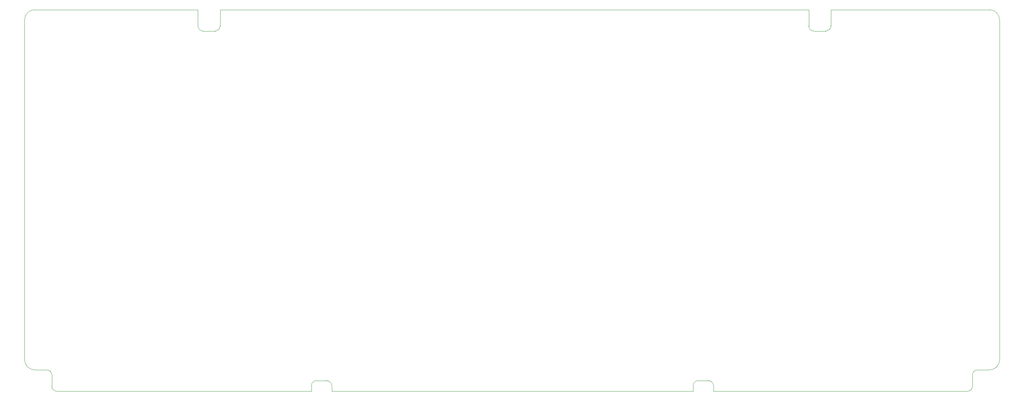
<source format=gbr>
%TF.GenerationSoftware,KiCad,Pcbnew,(6.0.7)*%
%TF.CreationDate,2022-10-26T19:46:56+02:00*%
%TF.ProjectId,the PETER keyboard,74686520-5045-4544-9552-206b6579626f,rev?*%
%TF.SameCoordinates,Original*%
%TF.FileFunction,Profile,NP*%
%FSLAX46Y46*%
G04 Gerber Fmt 4.6, Leading zero omitted, Abs format (unit mm)*
G04 Created by KiCad (PCBNEW (6.0.7)) date 2022-10-26 19:46:56*
%MOMM*%
%LPD*%
G01*
G04 APERTURE LIST*
%TA.AperFunction,Profile*%
%ADD10C,0.100000*%
%TD*%
G04 APERTURE END LIST*
D10*
X95494974Y-139709074D02*
G75*
G03*
X94224974Y-140979026I26J-1270026D01*
G01*
X218338400Y-46990000D02*
X71437500Y-46990000D01*
X194554974Y-140979026D02*
X194564000Y-142367000D01*
X30713443Y-142366018D02*
X94234000Y-142367000D01*
X71437500Y-46990000D02*
X71437500Y-51054000D01*
X194564000Y-142367000D02*
X257922584Y-142372578D01*
X25205187Y-46983437D02*
G75*
G03*
X22665187Y-49523440I3J-2540003D01*
G01*
X265970840Y-134493000D02*
X265970835Y-49530000D01*
X94224974Y-140979026D02*
X94234000Y-142367000D01*
X190744974Y-139709074D02*
G75*
G03*
X189474974Y-140979026I26J-1270026D01*
G01*
X193284974Y-139709026D02*
X190744974Y-139709026D01*
X65913000Y-51054000D02*
G75*
G03*
X67183000Y-52324000I1270000J0D01*
G01*
X257922584Y-142372584D02*
G75*
G03*
X259192584Y-141102578I16J1269984D01*
G01*
X98034974Y-139709026D02*
X95494974Y-139709026D01*
X29443382Y-141096018D02*
G75*
G03*
X30713443Y-142366018I1270118J118D01*
G01*
X99304974Y-140979026D02*
G75*
G03*
X98034974Y-139709026I-1269974J26D01*
G01*
X263430840Y-137033000D02*
X260444160Y-137037360D01*
X218338400Y-51054000D02*
G75*
G03*
X219608400Y-52324000I1270000J0D01*
G01*
X263430835Y-46990000D02*
X223865000Y-46990000D01*
X28191867Y-137030800D02*
X25205187Y-137026440D01*
X218338400Y-46990000D02*
X218338400Y-51054000D01*
X29443443Y-141096018D02*
X29461867Y-138300800D01*
X194554974Y-140979026D02*
G75*
G03*
X193284974Y-139709026I-1269974J26D01*
G01*
X265970800Y-49530000D02*
G75*
G03*
X263430835Y-46990000I-2540000J0D01*
G01*
X222595000Y-52324000D02*
G75*
G03*
X223865000Y-51054000I0J1270000D01*
G01*
X70167500Y-52324000D02*
G75*
G03*
X71437500Y-51054000I0J1270000D01*
G01*
X65913000Y-46990000D02*
X25205187Y-46983440D01*
X219608400Y-52324000D02*
X222595000Y-52324000D01*
X22665187Y-49523440D02*
X22665187Y-134486440D01*
X260444160Y-137037360D02*
G75*
G03*
X259174160Y-138307360I-60J-1269940D01*
G01*
X65913000Y-46990000D02*
X65913000Y-51054000D01*
X67183000Y-52324000D02*
X70167500Y-52324000D01*
X99304974Y-140979026D02*
X99314000Y-142367000D01*
X99314000Y-142367000D02*
X189484000Y-142367000D01*
X263430840Y-137033040D02*
G75*
G03*
X265970840Y-134493000I-40J2540040D01*
G01*
X22665160Y-134486440D02*
G75*
G03*
X25205187Y-137026440I2540040J40D01*
G01*
X259174160Y-138307360D02*
X259192584Y-141102578D01*
X189474974Y-140979026D02*
X189484000Y-142367000D01*
X223865000Y-46990000D02*
X223865000Y-51054000D01*
X29461900Y-138300800D02*
G75*
G03*
X28191867Y-137030800I-1270000J0D01*
G01*
M02*

</source>
